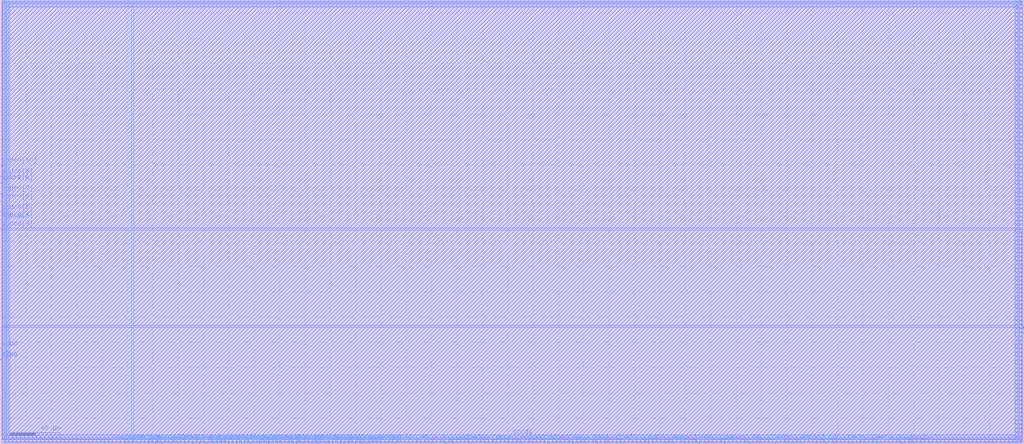
<source format=lef>
VERSION 5.4 ;
NAMESCASESENSITIVE ON ;
BUSBITCHARS "[]" ;
DIVIDERCHAR "/" ;
UNITS
  DATABASE MICRONS 1000 ;
END UNITS
MACRO sky130_sram_4kbytes_1rw_32x1024_32
   CLASS BLOCK ;
   SIZE 806.86 BY 350.58 ;
   SYMMETRY X Y R90 ;
   PIN din0[0]
      DIRECTION INPUT ;
      PORT
         LAYER met4 ;
         RECT  104.04 0.0 104.42 1.06 ;
      END
   END din0[0]
   PIN din0[1]
      DIRECTION INPUT ;
      PORT
         LAYER met4 ;
         RECT  109.48 0.0 109.86 1.06 ;
      END
   END din0[1]
   PIN din0[2]
      DIRECTION INPUT ;
      PORT
         LAYER met4 ;
         RECT  116.28 0.0 116.66 1.06 ;
      END
   END din0[2]
   PIN din0[3]
      DIRECTION INPUT ;
      PORT
         LAYER met4 ;
         RECT  121.72 0.0 122.1 1.06 ;
      END
   END din0[3]
   PIN din0[4]
      DIRECTION INPUT ;
      PORT
         LAYER met4 ;
         RECT  127.16 0.0 127.54 1.06 ;
      END
   END din0[4]
   PIN din0[5]
      DIRECTION INPUT ;
      PORT
         LAYER met4 ;
         RECT  133.96 0.0 134.34 1.06 ;
      END
   END din0[5]
   PIN din0[6]
      DIRECTION INPUT ;
      PORT
         LAYER met4 ;
         RECT  139.4 0.0 139.78 1.06 ;
      END
   END din0[6]
   PIN din0[7]
      DIRECTION INPUT ;
      PORT
         LAYER met4 ;
         RECT  144.84 0.0 145.22 1.06 ;
      END
   END din0[7]
   PIN din0[8]
      DIRECTION INPUT ;
      PORT
         LAYER met4 ;
         RECT  151.64 0.0 152.02 1.06 ;
      END
   END din0[8]
   PIN din0[9]
      DIRECTION INPUT ;
      PORT
         LAYER met4 ;
         RECT  156.4 0.0 156.78 1.06 ;
      END
   END din0[9]
   PIN din0[10]
      DIRECTION INPUT ;
      PORT
         LAYER met4 ;
         RECT  162.52 0.0 162.9 1.06 ;
      END
   END din0[10]
   PIN din0[11]
      DIRECTION INPUT ;
      PORT
         LAYER met4 ;
         RECT  167.96 0.0 168.34 1.06 ;
      END
   END din0[11]
   PIN din0[12]
      DIRECTION INPUT ;
      PORT
         LAYER met4 ;
         RECT  174.08 0.0 174.46 1.06 ;
      END
   END din0[12]
   PIN din0[13]
      DIRECTION INPUT ;
      PORT
         LAYER met4 ;
         RECT  179.52 0.0 179.9 1.06 ;
      END
   END din0[13]
   PIN din0[14]
      DIRECTION INPUT ;
      PORT
         LAYER met4 ;
         RECT  185.64 0.0 186.02 1.06 ;
      END
   END din0[14]
   PIN din0[15]
      DIRECTION INPUT ;
      PORT
         LAYER met4 ;
         RECT  192.44 0.0 192.82 1.06 ;
      END
   END din0[15]
   PIN din0[16]
      DIRECTION INPUT ;
      PORT
         LAYER met4 ;
         RECT  197.2 0.0 197.58 1.06 ;
      END
   END din0[16]
   PIN din0[17]
      DIRECTION INPUT ;
      PORT
         LAYER met4 ;
         RECT  204.0 0.0 204.38 1.06 ;
      END
   END din0[17]
   PIN din0[18]
      DIRECTION INPUT ;
      PORT
         LAYER met4 ;
         RECT  209.44 0.0 209.82 1.06 ;
      END
   END din0[18]
   PIN din0[19]
      DIRECTION INPUT ;
      PORT
         LAYER met4 ;
         RECT  214.88 0.0 215.26 1.06 ;
      END
   END din0[19]
   PIN din0[20]
      DIRECTION INPUT ;
      PORT
         LAYER met4 ;
         RECT  221.0 0.0 221.38 1.06 ;
      END
   END din0[20]
   PIN din0[21]
      DIRECTION INPUT ;
      PORT
         LAYER met4 ;
         RECT  227.12 0.0 227.5 1.06 ;
      END
   END din0[21]
   PIN din0[22]
      DIRECTION INPUT ;
      PORT
         LAYER met4 ;
         RECT  233.24 0.0 233.62 1.06 ;
      END
   END din0[22]
   PIN din0[23]
      DIRECTION INPUT ;
      PORT
         LAYER met4 ;
         RECT  238.0 0.0 238.38 1.06 ;
      END
   END din0[23]
   PIN din0[24]
      DIRECTION INPUT ;
      PORT
         LAYER met4 ;
         RECT  244.8 0.0 245.18 1.06 ;
      END
   END din0[24]
   PIN din0[25]
      DIRECTION INPUT ;
      PORT
         LAYER met4 ;
         RECT  249.56 0.0 249.94 1.06 ;
      END
   END din0[25]
   PIN din0[26]
      DIRECTION INPUT ;
      PORT
         LAYER met4 ;
         RECT  256.36 0.0 256.74 1.06 ;
      END
   END din0[26]
   PIN din0[27]
      DIRECTION INPUT ;
      PORT
         LAYER met4 ;
         RECT  261.8 0.0 262.18 1.06 ;
      END
   END din0[27]
   PIN din0[28]
      DIRECTION INPUT ;
      PORT
         LAYER met4 ;
         RECT  267.92 0.0 268.3 1.06 ;
      END
   END din0[28]
   PIN din0[29]
      DIRECTION INPUT ;
      PORT
         LAYER met4 ;
         RECT  274.04 0.0 274.42 1.06 ;
      END
   END din0[29]
   PIN din0[30]
      DIRECTION INPUT ;
      PORT
         LAYER met4 ;
         RECT  279.48 0.0 279.86 1.06 ;
      END
   END din0[30]
   PIN din0[31]
      DIRECTION INPUT ;
      PORT
         LAYER met4 ;
         RECT  284.92 0.0 285.3 1.06 ;
      END
   END din0[31]
   PIN din0[32]
      DIRECTION INPUT ;
      PORT
         LAYER met4 ;
         RECT  291.04 0.0 291.42 1.06 ;
      END
   END din0[32]
   PIN addr0[0]
      DIRECTION INPUT ;
      PORT
         LAYER met4 ;
         RECT  87.04 0.0 87.42 1.06 ;
      END
   END addr0[0]
   PIN addr0[1]
      DIRECTION INPUT ;
      PORT
         LAYER met4 ;
         RECT  92.48 0.0 92.86 1.06 ;
      END
   END addr0[1]
   PIN addr0[2]
      DIRECTION INPUT ;
      PORT
         LAYER met4 ;
         RECT  98.6 0.0 98.98 1.06 ;
      END
   END addr0[2]
   PIN addr0[3]
      DIRECTION INPUT ;
      PORT
         LAYER met3 ;
         RECT  0.0 169.32 1.06 169.7 ;
      END
   END addr0[3]
   PIN addr0[4]
      DIRECTION INPUT ;
      PORT
         LAYER met3 ;
         RECT  0.0 176.8 1.06 177.18 ;
      END
   END addr0[4]
   PIN addr0[5]
      DIRECTION INPUT ;
      PORT
         LAYER met3 ;
         RECT  0.0 182.92 1.06 183.3 ;
      END
   END addr0[5]
   PIN addr0[6]
      DIRECTION INPUT ;
      PORT
         LAYER met3 ;
         RECT  0.0 191.08 1.06 191.46 ;
      END
   END addr0[6]
   PIN addr0[7]
      DIRECTION INPUT ;
      PORT
         LAYER met3 ;
         RECT  0.0 197.2 1.06 197.58 ;
      END
   END addr0[7]
   PIN addr0[8]
      DIRECTION INPUT ;
      PORT
         LAYER met3 ;
         RECT  0.0 206.04 1.06 206.42 ;
      END
   END addr0[8]
   PIN addr0[9]
      DIRECTION INPUT ;
      PORT
         LAYER met3 ;
         RECT  0.0 210.8 1.06 211.18 ;
      END
   END addr0[9]
   PIN addr0[10]
      DIRECTION INPUT ;
      PORT
         LAYER met3 ;
         RECT  0.0 219.64 1.06 220.02 ;
      END
   END addr0[10]
   PIN csb0
      DIRECTION INPUT ;
      PORT
         LAYER met3 ;
         RECT  0.0 65.96 1.06 66.34 ;
      END
   END csb0
   PIN web0
      DIRECTION INPUT ;
      PORT
         LAYER met3 ;
         RECT  0.0 74.8 1.06 75.18 ;
      END
   END web0
   PIN clk0
      DIRECTION INPUT ;
      PORT
         LAYER met3 ;
         RECT  0.0 66.64 1.06 67.02 ;
      END
   END clk0
   PIN spare_wen0
      DIRECTION INPUT ;
      PORT
         LAYER met4 ;
         RECT  296.48 0.0 296.86 1.06 ;
      END
   END spare_wen0
   PIN dout0[0]
      DIRECTION OUTPUT ;
      PORT
         LAYER met4 ;
         RECT  150.96 0.0 151.34 1.06 ;
      END
   END dout0[0]
   PIN dout0[1]
      DIRECTION OUTPUT ;
      PORT
         LAYER met4 ;
         RECT  170.68 0.0 171.06 1.06 ;
      END
   END dout0[1]
   PIN dout0[2]
      DIRECTION OUTPUT ;
      PORT
         LAYER met4 ;
         RECT  189.72 0.0 190.1 1.06 ;
      END
   END dout0[2]
   PIN dout0[3]
      DIRECTION OUTPUT ;
      PORT
         LAYER met4 ;
         RECT  210.8 0.0 211.18 1.06 ;
      END
   END dout0[3]
   PIN dout0[4]
      DIRECTION OUTPUT ;
      PORT
         LAYER met4 ;
         RECT  230.52 0.0 230.9 1.06 ;
      END
   END dout0[4]
   PIN dout0[5]
      DIRECTION OUTPUT ;
      PORT
         LAYER met4 ;
         RECT  250.92 0.0 251.3 1.06 ;
      END
   END dout0[5]
   PIN dout0[6]
      DIRECTION OUTPUT ;
      PORT
         LAYER met4 ;
         RECT  270.64 0.0 271.02 1.06 ;
      END
   END dout0[6]
   PIN dout0[7]
      DIRECTION OUTPUT ;
      PORT
         LAYER met4 ;
         RECT  289.0 0.0 289.38 1.06 ;
      END
   END dout0[7]
   PIN dout0[8]
      DIRECTION OUTPUT ;
      PORT
         LAYER met4 ;
         RECT  310.76 0.0 311.14 1.06 ;
      END
   END dout0[8]
   PIN dout0[9]
      DIRECTION OUTPUT ;
      PORT
         LAYER met4 ;
         RECT  331.16 0.0 331.54 1.06 ;
      END
   END dout0[9]
   PIN dout0[10]
      DIRECTION OUTPUT ;
      PORT
         LAYER met4 ;
         RECT  350.88 0.0 351.26 1.06 ;
      END
   END dout0[10]
   PIN dout0[11]
      DIRECTION OUTPUT ;
      PORT
         LAYER met4 ;
         RECT  370.6 0.0 370.98 1.06 ;
      END
   END dout0[11]
   PIN dout0[12]
      DIRECTION OUTPUT ;
      PORT
         LAYER met4 ;
         RECT  390.32 0.0 390.7 1.06 ;
      END
   END dout0[12]
   PIN dout0[13]
      DIRECTION OUTPUT ;
      PORT
         LAYER met4 ;
         RECT  410.72 0.0 411.1 1.06 ;
      END
   END dout0[13]
   PIN dout0[14]
      DIRECTION OUTPUT ;
      PORT
         LAYER met4 ;
         RECT  431.12 0.0 431.5 1.06 ;
      END
   END dout0[14]
   PIN dout0[15]
      DIRECTION OUTPUT ;
      PORT
         LAYER met4 ;
         RECT  450.84 0.0 451.22 1.06 ;
      END
   END dout0[15]
   PIN dout0[16]
      DIRECTION OUTPUT ;
      PORT
         LAYER met4 ;
         RECT  470.56 0.0 470.94 1.06 ;
      END
   END dout0[16]
   PIN dout0[17]
      DIRECTION OUTPUT ;
      PORT
         LAYER met4 ;
         RECT  490.96 0.0 491.34 1.06 ;
      END
   END dout0[17]
   PIN dout0[18]
      DIRECTION OUTPUT ;
      PORT
         LAYER met4 ;
         RECT  510.68 0.0 511.06 1.06 ;
      END
   END dout0[18]
   PIN dout0[19]
      DIRECTION OUTPUT ;
      PORT
         LAYER met4 ;
         RECT  530.4 0.0 530.78 1.06 ;
      END
   END dout0[19]
   PIN dout0[20]
      DIRECTION OUTPUT ;
      PORT
         LAYER met4 ;
         RECT  550.8 0.0 551.18 1.06 ;
      END
   END dout0[20]
   PIN dout0[21]
      DIRECTION OUTPUT ;
      PORT
         LAYER met4 ;
         RECT  570.52 0.0 570.9 1.06 ;
      END
   END dout0[21]
   PIN dout0[22]
      DIRECTION OUTPUT ;
      PORT
         LAYER met4 ;
         RECT  590.92 0.0 591.3 1.06 ;
      END
   END dout0[22]
   PIN dout0[23]
      DIRECTION OUTPUT ;
      PORT
         LAYER met4 ;
         RECT  610.64 0.0 611.02 1.06 ;
      END
   END dout0[23]
   PIN dout0[24]
      DIRECTION OUTPUT ;
      PORT
         LAYER met4 ;
         RECT  631.04 0.0 631.42 1.06 ;
      END
   END dout0[24]
   PIN dout0[25]
      DIRECTION OUTPUT ;
      PORT
         LAYER met4 ;
         RECT  650.76 0.0 651.14 1.06 ;
      END
   END dout0[25]
   PIN dout0[26]
      DIRECTION OUTPUT ;
      PORT
         LAYER met4 ;
         RECT  670.48 0.0 670.86 1.06 ;
      END
   END dout0[26]
   PIN dout0[27]
      DIRECTION OUTPUT ;
      PORT
         LAYER met4 ;
         RECT  690.88 0.0 691.26 1.06 ;
      END
   END dout0[27]
   PIN dout0[28]
      DIRECTION OUTPUT ;
      PORT
         LAYER met4 ;
         RECT  710.6 0.0 710.98 1.06 ;
      END
   END dout0[28]
   PIN dout0[29]
      DIRECTION OUTPUT ;
      PORT
         LAYER met3 ;
         RECT  805.8 92.48 806.86 92.86 ;
      END
   END dout0[29]
   PIN dout0[30]
      DIRECTION OUTPUT ;
      PORT
         LAYER met3 ;
         RECT  805.8 91.8 806.86 92.18 ;
      END
   END dout0[30]
   PIN dout0[31]
      DIRECTION OUTPUT ;
      PORT
         LAYER met3 ;
         RECT  805.8 91.12 806.86 91.5 ;
      END
   END dout0[31]
   PIN dout0[32]
      DIRECTION OUTPUT ;
      PORT
         LAYER met3 ;
         RECT  805.8 87.04 806.86 87.42 ;
      END
   END dout0[32]
   PIN vccd1
      DIRECTION INOUT ;
      USE POWER ; 
      SHAPE ABUTMENT ; 
      PORT
         LAYER met4 ;
         RECT  800.36 4.76 802.1 347.18 ;
         LAYER met3 ;
         RECT  4.76 345.44 802.1 347.18 ;
         LAYER met4 ;
         RECT  4.76 4.76 6.5 347.18 ;
         LAYER met3 ;
         RECT  4.76 4.76 802.1 6.5 ;
      END
   END vccd1
   PIN vssd1
      DIRECTION INOUT ;
      USE GROUND ; 
      SHAPE ABUTMENT ; 
      PORT
         LAYER met4 ;
         RECT  803.76 1.36 805.5 350.58 ;
         LAYER met4 ;
         RECT  1.36 1.36 3.1 350.58 ;
         LAYER met3 ;
         RECT  1.36 1.36 805.5 3.1 ;
         LAYER met3 ;
         RECT  1.36 348.84 805.5 350.58 ;
      END
   END vssd1
   OBS
   LAYER  met1 ;
      RECT  0.62 0.62 806.24 349.96 ;
   LAYER  met2 ;
      RECT  0.62 0.62 806.24 349.96 ;
   LAYER  met3 ;
      RECT  1.66 168.72 806.24 170.3 ;
      RECT  0.62 170.3 1.66 176.2 ;
      RECT  0.62 177.78 1.66 182.32 ;
      RECT  0.62 183.9 1.66 190.48 ;
      RECT  0.62 192.06 1.66 196.6 ;
      RECT  0.62 198.18 1.66 205.44 ;
      RECT  0.62 207.02 1.66 210.2 ;
      RECT  0.62 211.78 1.66 219.04 ;
      RECT  0.62 75.78 1.66 168.72 ;
      RECT  0.62 67.62 1.66 74.2 ;
      RECT  1.66 91.88 805.2 93.46 ;
      RECT  1.66 93.46 805.2 168.72 ;
      RECT  805.2 93.46 806.24 168.72 ;
      RECT  805.2 88.02 806.24 90.52 ;
      RECT  1.66 170.3 4.16 344.84 ;
      RECT  1.66 344.84 4.16 347.78 ;
      RECT  4.16 170.3 802.7 344.84 ;
      RECT  802.7 170.3 806.24 344.84 ;
      RECT  802.7 344.84 806.24 347.78 ;
      RECT  1.66 4.16 4.16 7.1 ;
      RECT  1.66 7.1 4.16 91.88 ;
      RECT  4.16 7.1 802.7 91.88 ;
      RECT  802.7 4.16 805.2 7.1 ;
      RECT  802.7 7.1 805.2 91.88 ;
      RECT  0.62 0.62 0.76 0.76 ;
      RECT  0.62 0.76 0.76 3.7 ;
      RECT  0.62 3.7 0.76 65.36 ;
      RECT  0.76 0.62 1.66 0.76 ;
      RECT  0.76 3.7 1.66 65.36 ;
      RECT  805.2 0.62 806.1 0.76 ;
      RECT  805.2 3.7 806.1 86.44 ;
      RECT  806.1 0.62 806.24 0.76 ;
      RECT  806.1 0.76 806.24 3.7 ;
      RECT  806.1 3.7 806.24 86.44 ;
      RECT  1.66 0.62 4.16 0.76 ;
      RECT  1.66 3.7 4.16 4.16 ;
      RECT  4.16 0.62 802.7 0.76 ;
      RECT  4.16 3.7 802.7 4.16 ;
      RECT  802.7 0.62 805.2 0.76 ;
      RECT  802.7 3.7 805.2 4.16 ;
      RECT  0.62 220.62 0.76 348.24 ;
      RECT  0.62 348.24 0.76 349.96 ;
      RECT  0.76 220.62 1.66 348.24 ;
      RECT  1.66 347.78 4.16 348.24 ;
      RECT  4.16 347.78 802.7 348.24 ;
      RECT  802.7 347.78 806.1 348.24 ;
      RECT  806.1 347.78 806.24 348.24 ;
      RECT  806.1 348.24 806.24 349.96 ;
   LAYER  met4 ;
      RECT  103.44 1.66 105.02 349.96 ;
      RECT  105.02 0.62 108.88 1.66 ;
      RECT  110.46 0.62 115.68 1.66 ;
      RECT  117.26 0.62 121.12 1.66 ;
      RECT  122.7 0.62 126.56 1.66 ;
      RECT  128.14 0.62 133.36 1.66 ;
      RECT  134.94 0.62 138.8 1.66 ;
      RECT  140.38 0.62 144.24 1.66 ;
      RECT  152.62 0.62 155.8 1.66 ;
      RECT  157.38 0.62 161.92 1.66 ;
      RECT  163.5 0.62 167.36 1.66 ;
      RECT  175.06 0.62 178.92 1.66 ;
      RECT  180.5 0.62 185.04 1.66 ;
      RECT  193.42 0.62 196.6 1.66 ;
      RECT  198.18 0.62 203.4 1.66 ;
      RECT  204.98 0.62 208.84 1.66 ;
      RECT  215.86 0.62 220.4 1.66 ;
      RECT  221.98 0.62 226.52 1.66 ;
      RECT  234.22 0.62 237.4 1.66 ;
      RECT  238.98 0.62 244.2 1.66 ;
      RECT  245.78 0.62 248.96 1.66 ;
      RECT  257.34 0.62 261.2 1.66 ;
      RECT  262.78 0.62 267.32 1.66 ;
      RECT  275.02 0.62 278.88 1.66 ;
      RECT  280.46 0.62 284.32 1.66 ;
      RECT  88.02 0.62 91.88 1.66 ;
      RECT  93.46 0.62 98.0 1.66 ;
      RECT  99.58 0.62 103.44 1.66 ;
      RECT  292.02 0.62 295.88 1.66 ;
      RECT  145.82 0.62 150.36 1.66 ;
      RECT  168.94 0.62 170.08 1.66 ;
      RECT  171.66 0.62 173.48 1.66 ;
      RECT  186.62 0.62 189.12 1.66 ;
      RECT  190.7 0.62 191.84 1.66 ;
      RECT  211.78 0.62 214.28 1.66 ;
      RECT  228.1 0.62 229.92 1.66 ;
      RECT  231.5 0.62 232.64 1.66 ;
      RECT  251.9 0.62 255.76 1.66 ;
      RECT  268.9 0.62 270.04 1.66 ;
      RECT  271.62 0.62 273.44 1.66 ;
      RECT  285.9 0.62 288.4 1.66 ;
      RECT  289.98 0.62 290.44 1.66 ;
      RECT  297.46 0.62 310.16 1.66 ;
      RECT  311.74 0.62 330.56 1.66 ;
      RECT  332.14 0.62 350.28 1.66 ;
      RECT  351.86 0.62 370.0 1.66 ;
      RECT  371.58 0.62 389.72 1.66 ;
      RECT  391.3 0.62 410.12 1.66 ;
      RECT  411.7 0.62 430.52 1.66 ;
      RECT  432.1 0.62 450.24 1.66 ;
      RECT  451.82 0.62 469.96 1.66 ;
      RECT  471.54 0.62 490.36 1.66 ;
      RECT  491.94 0.62 510.08 1.66 ;
      RECT  511.66 0.62 529.8 1.66 ;
      RECT  531.38 0.62 550.2 1.66 ;
      RECT  551.78 0.62 569.92 1.66 ;
      RECT  571.5 0.62 590.32 1.66 ;
      RECT  591.9 0.62 610.04 1.66 ;
      RECT  611.62 0.62 630.44 1.66 ;
      RECT  632.02 0.62 650.16 1.66 ;
      RECT  651.74 0.62 669.88 1.66 ;
      RECT  671.46 0.62 690.28 1.66 ;
      RECT  691.86 0.62 710.0 1.66 ;
      RECT  105.02 1.66 799.76 4.16 ;
      RECT  105.02 4.16 799.76 347.78 ;
      RECT  105.02 347.78 799.76 349.96 ;
      RECT  799.76 1.66 802.7 4.16 ;
      RECT  799.76 347.78 802.7 349.96 ;
      RECT  4.16 1.66 7.1 4.16 ;
      RECT  4.16 347.78 7.1 349.96 ;
      RECT  7.1 1.66 103.44 4.16 ;
      RECT  7.1 4.16 103.44 347.78 ;
      RECT  7.1 347.78 103.44 349.96 ;
      RECT  711.58 0.62 803.16 0.76 ;
      RECT  711.58 0.76 803.16 1.66 ;
      RECT  803.16 0.62 806.1 0.76 ;
      RECT  806.1 0.62 806.24 0.76 ;
      RECT  806.1 0.76 806.24 1.66 ;
      RECT  802.7 1.66 803.16 4.16 ;
      RECT  806.1 1.66 806.24 4.16 ;
      RECT  802.7 4.16 803.16 347.78 ;
      RECT  806.1 4.16 806.24 347.78 ;
      RECT  802.7 347.78 803.16 349.96 ;
      RECT  806.1 347.78 806.24 349.96 ;
      RECT  0.62 0.62 0.76 0.76 ;
      RECT  0.62 0.76 0.76 1.66 ;
      RECT  0.76 0.62 3.7 0.76 ;
      RECT  3.7 0.62 86.44 0.76 ;
      RECT  3.7 0.76 86.44 1.66 ;
      RECT  0.62 1.66 0.76 4.16 ;
      RECT  3.7 1.66 4.16 4.16 ;
      RECT  0.62 4.16 0.76 347.78 ;
      RECT  3.7 4.16 4.16 347.78 ;
      RECT  0.62 347.78 0.76 349.96 ;
      RECT  3.7 347.78 4.16 349.96 ;
   END
END    sky130_sram_4kbytes_1rw_32x1024_32
END    LIBRARY

</source>
